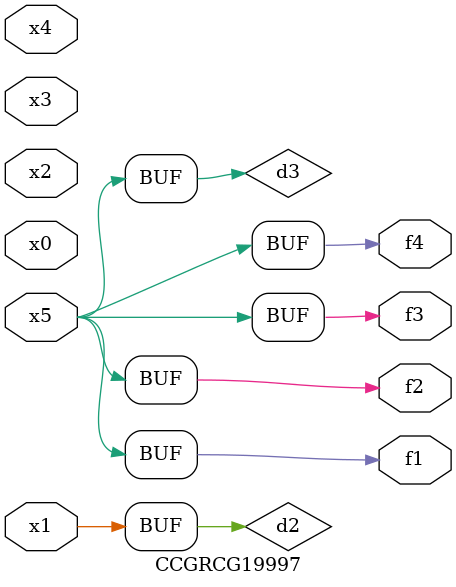
<source format=v>
module CCGRCG19997(
	input x0, x1, x2, x3, x4, x5,
	output f1, f2, f3, f4
);

	wire d1, d2, d3;

	not (d1, x5);
	or (d2, x1);
	xnor (d3, d1);
	assign f1 = d3;
	assign f2 = d3;
	assign f3 = d3;
	assign f4 = d3;
endmodule

</source>
